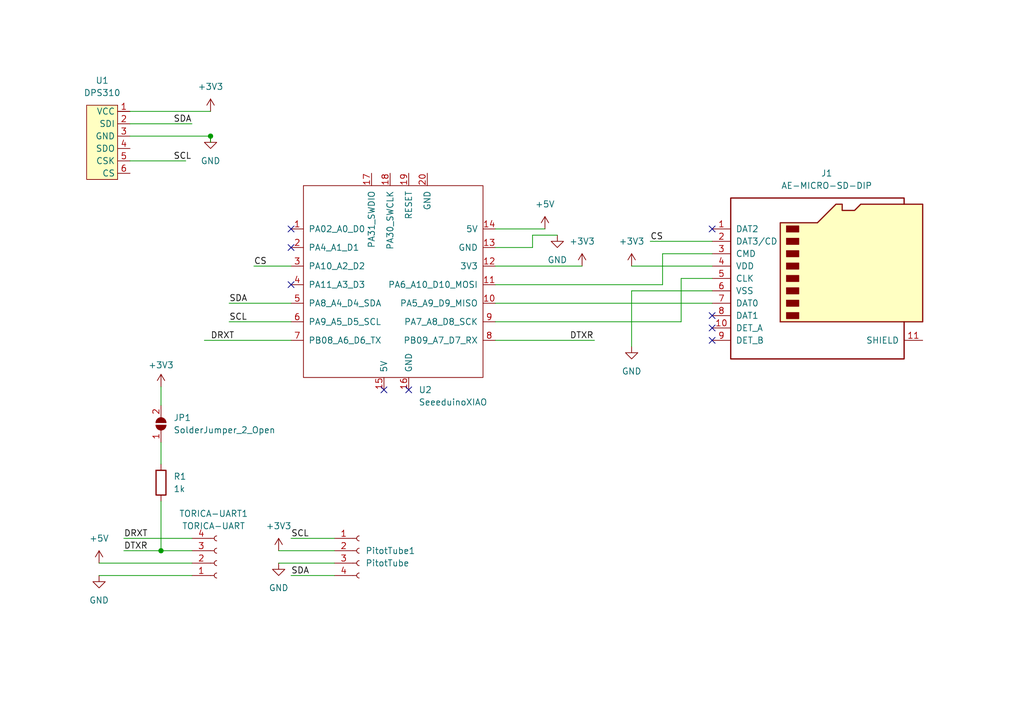
<source format=kicad_sch>
(kicad_sch (version 20230121) (generator eeschema)
  (paper "A5")
  (title_block (title "AirData") (date "2023-12-14") (rev "1") (company "TORICA-24th") (comment 1 "エアデータ電装部"))
  (lib_symbols
    (symbol "Connector:Conn_01x04_Female" (pin_names (offset 1.016) hide)
      (property "Reference" "J" (at 0 5.08 0))
      (property "Value" "Conn_01x04_Female" (at 0 -7.62 0))
      (symbol "Conn_01x04_Female_1_1"
        (arc (start 0 -4.572) (mid -0.5058 -5.08) (end 0 -5.588) (stroke (width 0.1524)))
        (arc (start 0 -2.032) (mid -0.5058 -2.54) (end 0 -3.048) (stroke (width 0.1524)))
        (polyline (pts (xy -1.27 -5.08) (xy -0.508 -5.08)) (stroke (width 0.1524)))
        (polyline (pts (xy -1.27 -2.54) (xy -0.508 -2.54)) (stroke (width 0.1524)))
        (polyline (pts (xy -1.27 0) (xy -0.508 0)) (stroke (width 0.1524)))
        (polyline (pts (xy -1.27 2.54) (xy -0.508 2.54)) (stroke (width 0.1524)))
        (arc (start 0 0.508) (mid -0.5058 0) (end 0 -0.508) (stroke (width 0.1524)))
        (arc (start 0 3.048) (mid -0.5058 2.54) (end 0 2.032) (stroke (width 0.1524)))
        (pin passive line (at -5.08 2.54 0) (length 3.81) (name "Pin_1") (number "1"))
        (pin passive line (at -5.08 0 0) (length 3.81) (name "Pin_2") (number "2"))
        (pin passive line (at -5.08 -2.54 0) (length 3.81) (name "Pin_3") (number "3"))
        (pin passive line (at -5.08 -5.08 0) (length 3.81) (name "Pin_4") (number "4"))
      )
    )
    (symbol "Connector:Micro_SD_Card_Det" (pin_names (offset 1.016))
      (property "Reference" "J" (at -16.51 17.78 0))
      (property "Value" "Micro_SD_Card_Det" (at 16.51 17.78 0))
      (symbol "Micro_SD_Card_Det_0_1"
        (rectangle (start -7.62 -6.985) (end -5.08 -8.255) (fill (type outline)))
        (rectangle (start -7.62 -4.445) (end -5.08 -5.715) (fill (type outline)))
        (rectangle (start -7.62 -1.905) (end -5.08 -3.175) (fill (type outline)))
        (rectangle (start -7.62 0.635) (end -5.08 -0.635) (fill (type outline)))
        (rectangle (start -7.62 3.175) (end -5.08 1.905) (fill (type outline)))
        (rectangle (start -7.62 5.715) (end -5.08 4.445) (fill (type outline)))
        (rectangle (start -7.62 8.255) (end -5.08 6.985) (fill (type outline)))
        (rectangle (start -7.62 10.795) (end -5.08 9.525) (fill (type outline)))
        (polyline (pts (xy 16.51 15.24) (xy 16.51 16.51) (xy -19.05 16.51) (xy -19.05 -16.51) (xy 16.51 -16.51) (xy 16.51 -8.89)) (stroke (width 0.254)))
        (polyline (pts (xy -8.89 -8.89) (xy -8.89 11.43) (xy -1.27 11.43) (xy 2.54 15.24) (xy 3.81 15.24) (xy 3.81 13.97) (xy 6.35 13.97) (xy 7.62 15.24) (xy 20.32 15.24) (xy 20.32 -8.89) (xy -8.89 -8.89)) (stroke (width 0.254)) (fill (type background)))
      )
      (symbol "Micro_SD_Card_Det_1_1"
        (pin bidirectional line (at -22.86 10.16 0) (length 3.81) (name "DAT2") (number "1"))
        (pin passive line (at -22.86 -10.16 0) (length 3.81) (name "DET_A") (number "10"))
        (pin passive line (at 20.32 -12.7 180) (length 3.81) (name "SHIELD") (number "11"))
        (pin bidirectional line (at -22.86 7.62 0) (length 3.81) (name "DAT3/CD") (number "2"))
        (pin input line (at -22.86 5.08 0) (length 3.81) (name "CMD") (number "3"))
        (pin power_in line (at -22.86 2.54 0) (length 3.81) (name "VDD") (number "4"))
        (pin input line (at -22.86 0 0) (length 3.81) (name "CLK") (number "5"))
        (pin power_in line (at -22.86 -2.54 0) (length 3.81) (name "VSS") (number "6"))
        (pin bidirectional line (at -22.86 -5.08 0) (length 3.81) (name "DAT0") (number "7"))
        (pin bidirectional line (at -22.86 -7.62 0) (length 3.81) (name "DAT1") (number "8"))
        (pin passive line (at -22.86 -12.7 0) (length 3.81) (name "DET_B") (number "9"))
      )
    )
    (symbol "DPS310:DPS310"
      (property "Reference" "U" (at -8.89 7.62 0))
      (property "Value" "DPS310" (at -8.89 10.16 0))
      (symbol "DPS310_0_1"
        (rectangle (start -15.24 6.35) (end -8.89 -8.89) (fill (type background)))
      )
      (symbol "DPS310_1_1"
        (pin bidirectional line (at -6.35 5.08 180) (length 2.54) (name "") (number ""))
        (pin bidirectional line (at -6.35 5.08 180) (length 2.54) (name "VCC") (number "1"))
        (pin bidirectional line (at -6.35 2.54 180) (length 2.54) (name "SDI") (number "2"))
        (pin bidirectional line (at -6.35 0 180) (length 2.54) (name "GND") (number "3"))
        (pin bidirectional line (at -6.35 -2.54 180) (length 2.54) (name "SDO") (number "4"))
        (pin bidirectional line (at -6.35 -5.08 180) (length 2.54) (name "CSK") (number "5"))
        (pin bidirectional line (at -6.35 -7.62 180) (length 2.54) (name "CS") (number "6"))
      )
    )
    (symbol "Device:R" (pin_numbers hide) (pin_names (offset 0))
      (property "Reference" "R" (at 2.032 0 90))
      (property "Value" "R" (at 0 0 90))
      (symbol "R_0_1"
        (rectangle (start -1.016 -2.54) (end 1.016 2.54) (stroke (width 0.254)))
      )
      (symbol "R_1_1"
        (pin passive line (at 0 3.81 270) (length 1.27) (name "~") (number "1"))
        (pin passive line (at 0 -3.81 90) (length 1.27) (name "~") (number "2"))
      )
    )
    (symbol "Jumper:SolderJumper_2_Open" (pin_names (offset 0) hide)
      (property "Reference" "JP" (at 0 2.032 0))
      (property "Value" "SolderJumper_2_Open" (at 0 -2.54 0))
      (symbol "SolderJumper_2_Open_0_1"
        (arc (start -0.254 1.016) (mid -1.2656 0) (end -0.254 -1.016))
        (arc (start -0.254 1.016) (mid -1.2656 0) (end -0.254 -1.016) (fill (type outline)))
        (polyline (pts (xy -0.254 1.016) (xy -0.254 -1.016)))
        (polyline (pts (xy 0.254 1.016) (xy 0.254 -1.016)))
        (arc (start 0.254 -1.016) (mid 1.2656 0) (end 0.254 1.016))
        (arc (start 0.254 -1.016) (mid 1.2656 0) (end 0.254 1.016) (fill (type outline)))
      )
      (symbol "SolderJumper_2_Open_1_1"
        (pin passive line (at -3.81 0 0) (length 2.54) (name "A") (number "1"))
        (pin passive line (at 3.81 0 180) (length 2.54) (name "B") (number "2"))
      )
    )
    (symbol "Seeeduino XIAO:SeeeduinoXIAO" (pin_names (offset 1.016))
      (property "Reference" "U" (at -19.05 22.86 0))
      (property "Value" "SeeeduinoXIAO" (at -12.7 21.59 0))
      (symbol "SeeeduinoXIAO_0_1"
        (rectangle (start -19.05 20.32) (end 17.78 -19.05))
      )
      (symbol "SeeeduinoXIAO_1_1"
        (pin unspecified line (at -21.59 11.43 0) (length 2.54) (name "PA02_A0_D0") (number "1"))
        (pin unspecified line (at 20.32 -3.81 180) (length 2.54) (name "PA5_A9_D9_MISO") (number "10"))
        (pin unspecified line (at 20.32 0 180) (length 2.54) (name "PA6_A10_D10_MOSI") (number "11"))
        (pin unspecified line (at 20.32 3.81 180) (length 2.54) (name "3V3") (number "12"))
        (pin unspecified line (at 20.32 7.62 180) (length 2.54) (name "GND") (number "13"))
        (pin unspecified line (at 20.32 11.43 180) (length 2.54) (name "5V") (number "14"))
        (pin input line (at -2.54 -21.59 90) (length 2.54) (name "5V") (number "15"))
        (pin input line (at 2.54 -21.59 90) (length 2.54) (name "GND") (number "16"))
        (pin input line (at -5.08 22.86 270) (length 2.54) (name "PA31_SWDIO") (number "17"))
        (pin input line (at -1.27 22.86 270) (length 2.54) (name "PA30_SWCLK") (number "18"))
        (pin input line (at 2.54 22.86 270) (length 2.54) (name "RESET") (number "19"))
        (pin unspecified line (at -21.59 7.62 0) (length 2.54) (name "PA4_A1_D1") (number "2"))
        (pin input line (at 6.35 22.86 270) (length 2.54) (name "GND") (number "20"))
        (pin unspecified line (at -21.59 3.81 0) (length 2.54) (name "PA10_A2_D2") (number "3"))
        (pin unspecified line (at -21.59 0 0) (length 2.54) (name "PA11_A3_D3") (number "4"))
        (pin unspecified line (at -21.59 -3.81 0) (length 2.54) (name "PA8_A4_D4_SDA") (number "5"))
        (pin unspecified line (at -21.59 -7.62 0) (length 2.54) (name "PA9_A5_D5_SCL") (number "6"))
        (pin unspecified line (at -21.59 -11.43 0) (length 2.54) (name "PB08_A6_D6_TX") (number "7"))
        (pin unspecified line (at 20.32 -11.43 180) (length 2.54) (name "PB09_A7_D7_RX") (number "8"))
        (pin unspecified line (at 20.32 -7.62 180) (length 2.54) (name "PA7_A8_D8_SCK") (number "9"))
      )
    )
    (symbol "power:+3V3" (power) (pin_names (offset 0))
      (property "Value" "+3V3" (at 0 3.556 0))
      (symbol "+3V3_0_1"
        (polyline (pts (xy -0.762 1.27) (xy 0 2.54)))
        (polyline (pts (xy 0 0) (xy 0 2.54)))
        (polyline (pts (xy 0 2.54) (xy 0.762 1.27)))
      )
      (symbol "+3V3_1_1"
        (pin power_in line (at 0 0 90) (length 0) hide (name "+3V3") (number "1"))
      )
    )
    (symbol "power:+5V" (power) (pin_names (offset 0))
      (property "Value" "+5V" (at 0 3.556 0))
      (symbol "+5V_0_1"
        (polyline (pts (xy -0.762 1.27) (xy 0 2.54)))
        (polyline (pts (xy 0 0) (xy 0 2.54)))
        (polyline (pts (xy 0 2.54) (xy 0.762 1.27)))
      )
      (symbol "+5V_1_1"
        (pin power_in line (at 0 0 90) (length 0) hide (name "+5V") (number "1"))
      )
    )
    (symbol "power:GND" (power) (pin_names (offset 0))
      (property "Value" "GND" (at 0 -3.81 0))
      (symbol "GND_0_1"
        (polyline (pts (xy 0 0) (xy 0 -1.27) (xy 1.27 -1.27) (xy 0 -2.54) (xy -1.27 -1.27) (xy 0 -1.27)))
      )
      (symbol "GND_1_1"
        (pin power_in line (at 0 0 270) (length 0) hide (name "GND") (number "1"))
      )
    )
  )
  (junction (at 43.18 27.94))
  (junction (at 33.02 113.03))
  (no_connect (at 59.69 50.8))
  (no_connect (at 83.82 80.01))
  (no_connect (at 146.05 67.31))
  (no_connect (at 146.05 64.77))
  (no_connect (at 78.74 80.01))
  (no_connect (at 59.69 46.99))
  (no_connect (at 59.69 58.42))
  (no_connect (at 146.05 69.85))
  (no_connect (at 146.05 46.99))
  (wire (pts (xy 101.6 69.85) (xy 121.92 69.85)))
  (wire (pts (xy 46.99 62.23) (xy 59.69 62.23)))
  (wire (pts (xy 57.15 113.03) (xy 68.58 113.03)))
  (wire (pts (xy 133.35 49.53) (xy 146.05 49.53)))
  (wire (pts (xy 57.15 115.57) (xy 68.58 115.57)))
  (wire (pts (xy 139.7 66.04) (xy 139.7 57.15)))
  (wire (pts (xy 33.02 79.375) (xy 33.02 83.185)))
  (wire (pts (xy 25.4 113.03) (xy 33.02 113.03)))
  (wire (pts (xy 43.18 27.94) (xy 43.18 29.21)))
  (wire (pts (xy 33.02 90.805) (xy 33.02 95.25)))
  (wire (pts (xy 20.32 115.57) (xy 39.37 115.57)))
  (wire (pts (xy 26.67 25.4) (xy 39.37 25.4)))
  (wire (pts (xy 26.67 33.02) (xy 38.1 33.02)))
  (wire (pts (xy 26.67 22.86) (xy 43.18 22.86)))
  (wire (pts (xy 146.05 59.69) (xy 129.54 59.69)))
  (wire (pts (xy 59.69 118.11) (xy 68.58 118.11)))
  (wire (pts (xy 135.89 52.07) (xy 135.89 58.42)))
  (wire (pts (xy 20.32 118.11) (xy 39.37 118.11)))
  (wire (pts (xy 101.6 58.42) (xy 135.89 58.42)))
  (wire (pts (xy 129.54 59.69) (xy 129.54 71.12)))
  (wire (pts (xy 101.6 50.8) (xy 109.22 50.8)))
  (wire (pts (xy 139.7 57.15) (xy 146.05 57.15)))
  (wire (pts (xy 25.4 110.49) (xy 39.37 110.49)))
  (wire (pts (xy 101.6 66.04) (xy 139.7 66.04)))
  (wire (pts (xy 59.69 110.49) (xy 68.58 110.49)))
  (wire (pts (xy 129.54 54.61) (xy 146.05 54.61)))
  (wire (pts (xy 33.02 102.87) (xy 33.02 113.03)))
  (wire (pts (xy 101.6 62.23) (xy 146.05 62.23)))
  (wire (pts (xy 109.22 50.8) (xy 109.22 48.26)))
  (wire (pts (xy 135.89 52.07) (xy 146.05 52.07)))
  (wire (pts (xy 119.38 54.61) (xy 101.6 54.61)))
  (wire (pts (xy 46.99 66.04) (xy 59.69 66.04)))
  (wire (pts (xy 52.07 54.61) (xy 59.69 54.61)))
  (wire (pts (xy 33.02 113.03) (xy 39.37 113.03)))
  (wire (pts (xy 111.76 46.99) (xy 101.6 46.99)))
  (wire (pts (xy 109.22 48.26) (xy 114.3 48.26)))
  (wire (pts (xy 26.67 27.94) (xy 43.18 27.94)))
  (wire (pts (xy 41.91 69.85) (xy 59.69 69.85)))
  (label "DTXR" (at 116.84 69.85 0))
  (label "SCL" (at 59.69 110.49 0))
  (label "DTXR" (at 25.4 113.03 0))
  (label "SCL" (at 46.99 66.04 0))
  (label "DRXT" (at 43.18 69.85 0))
  (label "CS" (at 52.07 54.61 0))
  (label "SDA" (at 46.99 62.23 0))
  (label "SCL" (at 35.56 33.02 0))
  (label "CS" (at 133.35 49.53 0))
  (label "DRXT" (at 25.4 110.49 0))
  (label "SDA" (at 59.69 118.11 0))
  (label "SDA" (at 35.56 25.4 0))
  (symbol (lib_id "Connector:Conn_01x04_Female") (at 73.66 113.03 0) (unit 1)
    (property "Reference" "PitotTube1" (at 74.93 113.0299 0) (effects (justify left)))
    (property "Value" "PitotTube" (at 74.93 115.5699 0) (effects (justify left)))
    (property "Footprint" "Connector_JST:JST_XH_S4B-XH-A_1x04_P2.50mm_Horizontal" (effects hide))
  )
  (symbol (lib_id "DPS310:DPS310") (at 33.02 27.94 0) (unit 1)
    (property "Reference" "U1" (at 20.955 16.51 0))
    (property "Value" "DPS310" (at 20.955 19.05 0))
    (property "Footprint" "DPS310:DPS310" (effects hide))
  )
  (symbol (lib_id "power:GND") (at 57.15 115.57 0) (unit 1)
    (property "Reference" "#PWR0111" (effects hide))
    (property "Value" "GND" (at 57.15 120.65 0))
  )
  (symbol (lib_id "Connector:Conn_01x04_Female") (at 44.45 115.57 0) (mirror x) (unit 1)
    (property "Reference" "TORICA-UART1" (at 43.815 105.41 0))
    (property "Value" "TORICA-UART" (at 43.815 107.95 0))
    (property "Footprint" "Connector_JST:JST_XH_S4B-XH-A_1x04_P2.50mm_Horizontal" (effects hide))
  )
  (symbol (lib_id "power:GND") (at 129.54 71.12 0) (unit 1)
    (property "Reference" "#PWR0107" (effects hide))
    (property "Value" "GND" (at 129.54 76.2 0))
  )
  (symbol (lib_id "power:+3V3") (at 119.38 54.61 0) (unit 1)
    (property "Reference" "#PWR0105" (effects hide))
    (property "Value" "+3V3" (at 119.38 49.53 0))
  )
  (symbol (lib_id "power:GND") (at 43.18 27.94 0) (unit 1)
    (property "Reference" "#PWR0103" (effects hide))
    (property "Value" "GND" (at 43.18 33.02 0))
  )
  (symbol (lib_id "Jumper:SolderJumper_2_Open") (at 33.02 86.995 90) (unit 1)
    (property "Reference" "JP1" (at 35.56 85.725 90) (effects (justify right)))
    (property "Value" "SolderJumper_2_Open" (at 35.56 88.265 90) (effects (justify right)))
    (property "Footprint" "Jumper:SolderJumper-2_P1.3mm_Open_RoundedPad1.0x1.5mm" (effects hide))
  )
  (symbol (lib_id "power:+5V") (at 111.76 46.99 0) (unit 1)
    (property "Reference" "#PWR0102" (effects hide))
    (property "Value" "+5V" (at 111.76 41.91 0))
  )
  (symbol (lib_id "Device:R") (at 33.02 99.06 0) (unit 1)
    (property "Reference" "R1" (at 35.56 97.79 0) (effects (justify left)))
    (property "Value" "1k" (at 35.56 100.33 0) (effects (justify left)))
    (property "Footprint" "Resistor_THT:R_Axial_DIN0204_L3.6mm_D1.6mm_P7.62mm_Horizontal" (effects hide))
  )
  (symbol (lib_id "power:+5V") (at 20.32 115.57 0) (unit 1)
    (property "Reference" "#PWR0108" (effects hide))
    (property "Value" "+5V" (at 20.32 110.49 0))
  )
  (symbol (lib_id "power:+3V3") (at 129.54 54.61 0) (unit 1)
    (property "Reference" "#PWR0106" (effects hide))
    (property "Value" "+3V3" (at 129.54 49.53 0))
  )
  (symbol (lib_id "power:GND") (at 114.3 48.26 0) (unit 1)
    (property "Reference" "#PWR0101" (effects hide))
    (property "Value" "GND" (at 114.3 53.34 0))
  )
  (symbol (lib_id "power:+3V3") (at 33.02 79.375 0) (unit 1)
    (property "Reference" "#PWR01" (effects hide))
    (property "Value" "+3V3" (at 33.02 74.93 0))
  )
  (symbol (lib_id "power:+3V3") (at 57.15 113.03 0) (unit 1)
    (property "Reference" "#PWR0110" (effects hide))
    (property "Value" "+3V3" (at 57.15 107.95 0))
  )
  (symbol (lib_id "power:GND") (at 20.32 118.11 0) (unit 1)
    (property "Reference" "#PWR0109" (effects hide))
    (property "Value" "GND" (at 20.32 123.19 0))
  )
  (symbol (lib_id "Seeeduino XIAO:SeeeduinoXIAO") (at 81.28 58.42 0) (unit 1)
    (property "Reference" "U2" (at 85.8394 80.01 0) (effects (justify left)))
    (property "Value" "SeeeduinoXIAO" (at 85.8394 82.55 0) (effects (justify left)))
    (property "Footprint" "Seeeduino XIAO KICAD:Seeeduino XIAO-MOUDLE14P-2.54-21X17.8MM" (effects hide))
  )
  (symbol (lib_id "Connector:Micro_SD_Card_Det") (at 168.91 57.15 0) (unit 1)
    (property "Reference" "J1" (at 169.545 35.56 0))
    (property "Value" "AE-MICRO-SD-DIP" (at 169.545 38.1 0))
    (property "Footprint" "microSD:microSD_AE-MICRO-SD-DIP" (effects hide))
    (property "Datasheet" "https://www.hirose.com/product/en/download_file/key_name/DM3/category/Catalog/doc_file_id/49662/?file_category_id=4&item_id=195&is_series=1" (effects hide))
  )
  (symbol (lib_id "power:+3V3") (at 43.18 22.86 0) (unit 1)
    (property "Reference" "#PWR0104" (effects hide))
    (property "Value" "+3V3" (at 43.18 17.78 0))
  )
)
</source>
